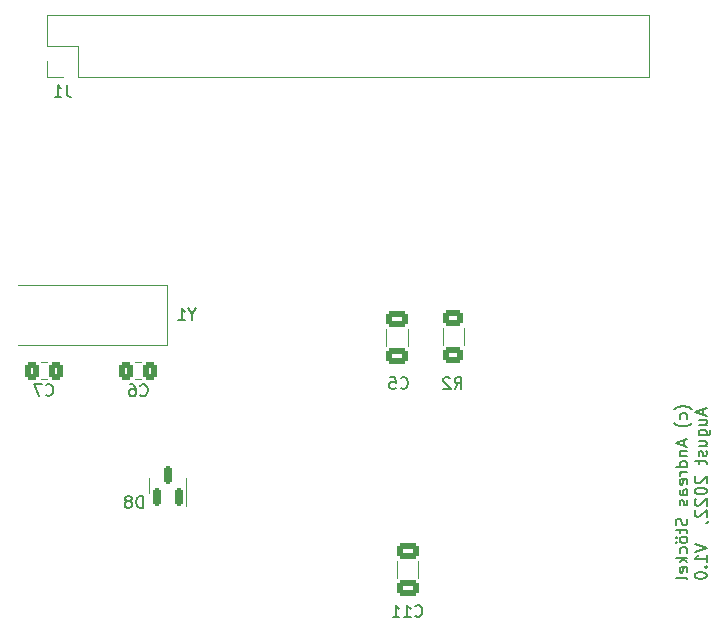
<source format=gbo>
G04 #@! TF.GenerationSoftware,KiCad,Pcbnew,6.0.7-1.fc36*
G04 #@! TF.CreationDate,2022-08-13T19:37:31+02:00*
G04 #@! TF.ProjectId,drahtlos_klingel,64726168-746c-46f7-935f-6b6c696e6765,rev?*
G04 #@! TF.SameCoordinates,Original*
G04 #@! TF.FileFunction,Legend,Bot*
G04 #@! TF.FilePolarity,Positive*
%FSLAX46Y46*%
G04 Gerber Fmt 4.6, Leading zero omitted, Abs format (unit mm)*
G04 Created by KiCad (PCBNEW 6.0.7-1.fc36) date 2022-08-13 19:37:31*
%MOMM*%
%LPD*%
G01*
G04 APERTURE LIST*
G04 Aperture macros list*
%AMRoundRect*
0 Rectangle with rounded corners*
0 $1 Rounding radius*
0 $2 $3 $4 $5 $6 $7 $8 $9 X,Y pos of 4 corners*
0 Add a 4 corners polygon primitive as box body*
4,1,4,$2,$3,$4,$5,$6,$7,$8,$9,$2,$3,0*
0 Add four circle primitives for the rounded corners*
1,1,$1+$1,$2,$3*
1,1,$1+$1,$4,$5*
1,1,$1+$1,$6,$7*
1,1,$1+$1,$8,$9*
0 Add four rect primitives between the rounded corners*
20,1,$1+$1,$2,$3,$4,$5,0*
20,1,$1+$1,$4,$5,$6,$7,0*
20,1,$1+$1,$6,$7,$8,$9,0*
20,1,$1+$1,$8,$9,$2,$3,0*%
%AMHorizOval*
0 Thick line with rounded ends*
0 $1 width*
0 $2 $3 position (X,Y) of the first rounded end (center of the circle)*
0 $4 $5 position (X,Y) of the second rounded end (center of the circle)*
0 Add line between two ends*
20,1,$1,$2,$3,$4,$5,0*
0 Add two circle primitives to create the rounded ends*
1,1,$1,$2,$3*
1,1,$1,$4,$5*%
%AMRotRect*
0 Rectangle, with rotation*
0 The origin of the aperture is its center*
0 $1 length*
0 $2 width*
0 $3 Rotation angle, in degrees counterclockwise*
0 Add horizontal line*
21,1,$1,$2,0,0,$3*%
G04 Aperture macros list end*
%ADD10C,0.150000*%
%ADD11C,0.120000*%
%ADD12C,3.100000*%
%ADD13O,1.200000X2.000000*%
%ADD14C,1.600000*%
%ADD15C,2.700000*%
%ADD16R,1.700000X1.700000*%
%ADD17O,1.700000X1.700000*%
%ADD18R,2.400000X2.400000*%
%ADD19O,2.400000X2.400000*%
%ADD20R,3.000000X3.000000*%
%ADD21C,3.000000*%
%ADD22R,1.600000X1.600000*%
%ADD23O,1.600000X1.600000*%
%ADD24C,1.400000*%
%ADD25O,1.400000X1.400000*%
%ADD26C,2.400000*%
%ADD27RotRect,2.000000X2.000000X225.000000*%
%ADD28HorizOval,2.000000X0.000000X0.000000X0.000000X0.000000X0*%
%ADD29RoundRect,0.250000X0.625000X-0.400000X0.625000X0.400000X-0.625000X0.400000X-0.625000X-0.400000X0*%
%ADD30RoundRect,0.250000X0.650000X-0.412500X0.650000X0.412500X-0.650000X0.412500X-0.650000X-0.412500X0*%
%ADD31RoundRect,0.150000X0.150000X-0.587500X0.150000X0.587500X-0.150000X0.587500X-0.150000X-0.587500X0*%
%ADD32R,4.500000X2.000000*%
%ADD33RoundRect,0.250000X-0.337500X-0.475000X0.337500X-0.475000X0.337500X0.475000X-0.337500X0.475000X0*%
%ADD34RoundRect,0.250000X0.337500X0.475000X-0.337500X0.475000X-0.337500X-0.475000X0.337500X-0.475000X0*%
G04 APERTURE END LIST*
D10*
X89612333Y-57303890D02*
X89564714Y-57256271D01*
X89421857Y-57161033D01*
X89326619Y-57113414D01*
X89183761Y-57065795D01*
X88945666Y-57018176D01*
X88755190Y-57018176D01*
X88517095Y-57065795D01*
X88374238Y-57113414D01*
X88279000Y-57161033D01*
X88136142Y-57256271D01*
X88088523Y-57303890D01*
X89183761Y-58113414D02*
X89231380Y-58018176D01*
X89231380Y-57827700D01*
X89183761Y-57732461D01*
X89136142Y-57684842D01*
X89040904Y-57637223D01*
X88755190Y-57637223D01*
X88659952Y-57684842D01*
X88612333Y-57732461D01*
X88564714Y-57827700D01*
X88564714Y-58018176D01*
X88612333Y-58113414D01*
X89612333Y-58446747D02*
X89564714Y-58494366D01*
X89421857Y-58589604D01*
X89326619Y-58637223D01*
X89183761Y-58684842D01*
X88945666Y-58732461D01*
X88755190Y-58732461D01*
X88517095Y-58684842D01*
X88374238Y-58637223D01*
X88279000Y-58589604D01*
X88136142Y-58494366D01*
X88088523Y-58446747D01*
X88945666Y-59922938D02*
X88945666Y-60399128D01*
X89231380Y-59827700D02*
X88231380Y-60161033D01*
X89231380Y-60494366D01*
X88564714Y-60827700D02*
X89231380Y-60827700D01*
X88659952Y-60827700D02*
X88612333Y-60875319D01*
X88564714Y-60970557D01*
X88564714Y-61113414D01*
X88612333Y-61208652D01*
X88707571Y-61256271D01*
X89231380Y-61256271D01*
X89231380Y-62161033D02*
X88231380Y-62161033D01*
X89183761Y-62161033D02*
X89231380Y-62065795D01*
X89231380Y-61875319D01*
X89183761Y-61780080D01*
X89136142Y-61732461D01*
X89040904Y-61684842D01*
X88755190Y-61684842D01*
X88659952Y-61732461D01*
X88612333Y-61780080D01*
X88564714Y-61875319D01*
X88564714Y-62065795D01*
X88612333Y-62161033D01*
X89231380Y-62637223D02*
X88564714Y-62637223D01*
X88755190Y-62637223D02*
X88659952Y-62684842D01*
X88612333Y-62732461D01*
X88564714Y-62827700D01*
X88564714Y-62922938D01*
X89183761Y-63637223D02*
X89231380Y-63541985D01*
X89231380Y-63351509D01*
X89183761Y-63256271D01*
X89088523Y-63208652D01*
X88707571Y-63208652D01*
X88612333Y-63256271D01*
X88564714Y-63351509D01*
X88564714Y-63541985D01*
X88612333Y-63637223D01*
X88707571Y-63684842D01*
X88802809Y-63684842D01*
X88898047Y-63208652D01*
X89231380Y-64541985D02*
X88707571Y-64541985D01*
X88612333Y-64494366D01*
X88564714Y-64399128D01*
X88564714Y-64208652D01*
X88612333Y-64113414D01*
X89183761Y-64541985D02*
X89231380Y-64446747D01*
X89231380Y-64208652D01*
X89183761Y-64113414D01*
X89088523Y-64065795D01*
X88993285Y-64065795D01*
X88898047Y-64113414D01*
X88850428Y-64208652D01*
X88850428Y-64446747D01*
X88802809Y-64541985D01*
X89183761Y-64970557D02*
X89231380Y-65065795D01*
X89231380Y-65256271D01*
X89183761Y-65351509D01*
X89088523Y-65399128D01*
X89040904Y-65399128D01*
X88945666Y-65351509D01*
X88898047Y-65256271D01*
X88898047Y-65113414D01*
X88850428Y-65018176D01*
X88755190Y-64970557D01*
X88707571Y-64970557D01*
X88612333Y-65018176D01*
X88564714Y-65113414D01*
X88564714Y-65256271D01*
X88612333Y-65351509D01*
X89183761Y-66541985D02*
X89231380Y-66684842D01*
X89231380Y-66922938D01*
X89183761Y-67018176D01*
X89136142Y-67065795D01*
X89040904Y-67113414D01*
X88945666Y-67113414D01*
X88850428Y-67065795D01*
X88802809Y-67018176D01*
X88755190Y-66922938D01*
X88707571Y-66732461D01*
X88659952Y-66637223D01*
X88612333Y-66589604D01*
X88517095Y-66541985D01*
X88421857Y-66541985D01*
X88326619Y-66589604D01*
X88279000Y-66637223D01*
X88231380Y-66732461D01*
X88231380Y-66970557D01*
X88279000Y-67113414D01*
X88564714Y-67399128D02*
X88564714Y-67780080D01*
X88231380Y-67541985D02*
X89088523Y-67541985D01*
X89183761Y-67589604D01*
X89231380Y-67684842D01*
X89231380Y-67780080D01*
X89231380Y-68256271D02*
X89183761Y-68161033D01*
X89136142Y-68113414D01*
X89040904Y-68065795D01*
X88755190Y-68065795D01*
X88659952Y-68113414D01*
X88612333Y-68161033D01*
X88564714Y-68256271D01*
X88564714Y-68399128D01*
X88612333Y-68494366D01*
X88659952Y-68541985D01*
X88755190Y-68589604D01*
X89040904Y-68589604D01*
X89136142Y-68541985D01*
X89183761Y-68494366D01*
X89231380Y-68399128D01*
X89231380Y-68256271D01*
X88231380Y-68161033D02*
X88279000Y-68208652D01*
X88326619Y-68161033D01*
X88279000Y-68113414D01*
X88231380Y-68161033D01*
X88326619Y-68161033D01*
X88231380Y-68541985D02*
X88279000Y-68589604D01*
X88326619Y-68541985D01*
X88279000Y-68494366D01*
X88231380Y-68541985D01*
X88326619Y-68541985D01*
X89183761Y-69446747D02*
X89231380Y-69351509D01*
X89231380Y-69161033D01*
X89183761Y-69065795D01*
X89136142Y-69018176D01*
X89040904Y-68970557D01*
X88755190Y-68970557D01*
X88659952Y-69018176D01*
X88612333Y-69065795D01*
X88564714Y-69161033D01*
X88564714Y-69351509D01*
X88612333Y-69446747D01*
X89231380Y-69875319D02*
X88231380Y-69875319D01*
X88850428Y-69970557D02*
X89231380Y-70256271D01*
X88564714Y-70256271D02*
X88945666Y-69875319D01*
X89183761Y-71065795D02*
X89231380Y-70970557D01*
X89231380Y-70780080D01*
X89183761Y-70684842D01*
X89088523Y-70637223D01*
X88707571Y-70637223D01*
X88612333Y-70684842D01*
X88564714Y-70780080D01*
X88564714Y-70970557D01*
X88612333Y-71065795D01*
X88707571Y-71113414D01*
X88802809Y-71113414D01*
X88898047Y-70637223D01*
X89231380Y-71684842D02*
X89183761Y-71589604D01*
X89088523Y-71541985D01*
X88231380Y-71541985D01*
X90555666Y-57256271D02*
X90555666Y-57732461D01*
X90841380Y-57161033D02*
X89841380Y-57494366D01*
X90841380Y-57827700D01*
X90174714Y-58589604D02*
X90841380Y-58589604D01*
X90174714Y-58161033D02*
X90698523Y-58161033D01*
X90793761Y-58208652D01*
X90841380Y-58303890D01*
X90841380Y-58446747D01*
X90793761Y-58541985D01*
X90746142Y-58589604D01*
X90174714Y-59494366D02*
X90984238Y-59494366D01*
X91079476Y-59446747D01*
X91127095Y-59399128D01*
X91174714Y-59303890D01*
X91174714Y-59161033D01*
X91127095Y-59065795D01*
X90793761Y-59494366D02*
X90841380Y-59399128D01*
X90841380Y-59208652D01*
X90793761Y-59113414D01*
X90746142Y-59065795D01*
X90650904Y-59018176D01*
X90365190Y-59018176D01*
X90269952Y-59065795D01*
X90222333Y-59113414D01*
X90174714Y-59208652D01*
X90174714Y-59399128D01*
X90222333Y-59494366D01*
X90174714Y-60399128D02*
X90841380Y-60399128D01*
X90174714Y-59970557D02*
X90698523Y-59970557D01*
X90793761Y-60018176D01*
X90841380Y-60113414D01*
X90841380Y-60256271D01*
X90793761Y-60351509D01*
X90746142Y-60399128D01*
X90793761Y-60827700D02*
X90841380Y-60922938D01*
X90841380Y-61113414D01*
X90793761Y-61208652D01*
X90698523Y-61256271D01*
X90650904Y-61256271D01*
X90555666Y-61208652D01*
X90508047Y-61113414D01*
X90508047Y-60970557D01*
X90460428Y-60875319D01*
X90365190Y-60827700D01*
X90317571Y-60827700D01*
X90222333Y-60875319D01*
X90174714Y-60970557D01*
X90174714Y-61113414D01*
X90222333Y-61208652D01*
X90174714Y-61541985D02*
X90174714Y-61922938D01*
X89841380Y-61684842D02*
X90698523Y-61684842D01*
X90793761Y-61732461D01*
X90841380Y-61827700D01*
X90841380Y-61922938D01*
X89936619Y-62970557D02*
X89889000Y-63018176D01*
X89841380Y-63113414D01*
X89841380Y-63351509D01*
X89889000Y-63446747D01*
X89936619Y-63494366D01*
X90031857Y-63541985D01*
X90127095Y-63541985D01*
X90269952Y-63494366D01*
X90841380Y-62922938D01*
X90841380Y-63541985D01*
X89841380Y-64161033D02*
X89841380Y-64256271D01*
X89889000Y-64351509D01*
X89936619Y-64399128D01*
X90031857Y-64446747D01*
X90222333Y-64494366D01*
X90460428Y-64494366D01*
X90650904Y-64446747D01*
X90746142Y-64399128D01*
X90793761Y-64351509D01*
X90841380Y-64256271D01*
X90841380Y-64161033D01*
X90793761Y-64065795D01*
X90746142Y-64018176D01*
X90650904Y-63970557D01*
X90460428Y-63922938D01*
X90222333Y-63922938D01*
X90031857Y-63970557D01*
X89936619Y-64018176D01*
X89889000Y-64065795D01*
X89841380Y-64161033D01*
X89936619Y-64875319D02*
X89889000Y-64922938D01*
X89841380Y-65018176D01*
X89841380Y-65256271D01*
X89889000Y-65351509D01*
X89936619Y-65399128D01*
X90031857Y-65446747D01*
X90127095Y-65446747D01*
X90269952Y-65399128D01*
X90841380Y-64827700D01*
X90841380Y-65446747D01*
X89936619Y-65827700D02*
X89889000Y-65875319D01*
X89841380Y-65970557D01*
X89841380Y-66208652D01*
X89889000Y-66303890D01*
X89936619Y-66351509D01*
X90031857Y-66399128D01*
X90127095Y-66399128D01*
X90269952Y-66351509D01*
X90841380Y-65780080D01*
X90841380Y-66399128D01*
X90793761Y-66875319D02*
X90841380Y-66875319D01*
X90936619Y-66827700D01*
X90984238Y-66780080D01*
X89841380Y-68684842D02*
X90841380Y-69018176D01*
X89841380Y-69351509D01*
X90841380Y-70208652D02*
X90841380Y-69637223D01*
X90841380Y-69922938D02*
X89841380Y-69922938D01*
X89984238Y-69827700D01*
X90079476Y-69732461D01*
X90127095Y-69637223D01*
X90746142Y-70637223D02*
X90793761Y-70684842D01*
X90841380Y-70637223D01*
X90793761Y-70589604D01*
X90746142Y-70637223D01*
X90841380Y-70637223D01*
X89841380Y-71303890D02*
X89841380Y-71399128D01*
X89889000Y-71494366D01*
X89936619Y-71541985D01*
X90031857Y-71589604D01*
X90222333Y-71637223D01*
X90460428Y-71637223D01*
X90650904Y-71589604D01*
X90746142Y-71541985D01*
X90793761Y-71494366D01*
X90841380Y-71399128D01*
X90841380Y-71303890D01*
X90793761Y-71208652D01*
X90746142Y-71161033D01*
X90650904Y-71113414D01*
X90460428Y-71065795D01*
X90222333Y-71065795D01*
X90031857Y-71113414D01*
X89936619Y-71161033D01*
X89889000Y-71208652D01*
X89841380Y-71303890D01*
X69508666Y-55570380D02*
X69842000Y-55094190D01*
X70080095Y-55570380D02*
X70080095Y-54570380D01*
X69699142Y-54570380D01*
X69603904Y-54618000D01*
X69556285Y-54665619D01*
X69508666Y-54760857D01*
X69508666Y-54903714D01*
X69556285Y-54998952D01*
X69603904Y-55046571D01*
X69699142Y-55094190D01*
X70080095Y-55094190D01*
X69127714Y-54665619D02*
X69080095Y-54618000D01*
X68984857Y-54570380D01*
X68746761Y-54570380D01*
X68651523Y-54618000D01*
X68603904Y-54665619D01*
X68556285Y-54760857D01*
X68556285Y-54856095D01*
X68603904Y-54998952D01*
X69175333Y-55570380D01*
X68556285Y-55570380D01*
X64936666Y-55475142D02*
X64984285Y-55522761D01*
X65127142Y-55570380D01*
X65222380Y-55570380D01*
X65365238Y-55522761D01*
X65460476Y-55427523D01*
X65508095Y-55332285D01*
X65555714Y-55141809D01*
X65555714Y-54998952D01*
X65508095Y-54808476D01*
X65460476Y-54713238D01*
X65365238Y-54618000D01*
X65222380Y-54570380D01*
X65127142Y-54570380D01*
X64984285Y-54618000D01*
X64936666Y-54665619D01*
X64031904Y-54570380D02*
X64508095Y-54570380D01*
X64555714Y-55046571D01*
X64508095Y-54998952D01*
X64412857Y-54951333D01*
X64174761Y-54951333D01*
X64079523Y-54998952D01*
X64031904Y-55046571D01*
X63984285Y-55141809D01*
X63984285Y-55379904D01*
X64031904Y-55475142D01*
X64079523Y-55522761D01*
X64174761Y-55570380D01*
X64412857Y-55570380D01*
X64508095Y-55522761D01*
X64555714Y-55475142D01*
X66174857Y-74779142D02*
X66222476Y-74826761D01*
X66365333Y-74874380D01*
X66460571Y-74874380D01*
X66603428Y-74826761D01*
X66698666Y-74731523D01*
X66746285Y-74636285D01*
X66793904Y-74445809D01*
X66793904Y-74302952D01*
X66746285Y-74112476D01*
X66698666Y-74017238D01*
X66603428Y-73922000D01*
X66460571Y-73874380D01*
X66365333Y-73874380D01*
X66222476Y-73922000D01*
X66174857Y-73969619D01*
X65222476Y-74874380D02*
X65793904Y-74874380D01*
X65508190Y-74874380D02*
X65508190Y-73874380D01*
X65603428Y-74017238D01*
X65698666Y-74112476D01*
X65793904Y-74160095D01*
X64270095Y-74874380D02*
X64841523Y-74874380D01*
X64555809Y-74874380D02*
X64555809Y-73874380D01*
X64651047Y-74017238D01*
X64746285Y-74112476D01*
X64841523Y-74160095D01*
X36655333Y-29805380D02*
X36655333Y-30519666D01*
X36702952Y-30662523D01*
X36798190Y-30757761D01*
X36941047Y-30805380D01*
X37036285Y-30805380D01*
X35655333Y-30805380D02*
X36226761Y-30805380D01*
X35941047Y-30805380D02*
X35941047Y-29805380D01*
X36036285Y-29948238D01*
X36131523Y-30043476D01*
X36226761Y-30091095D01*
X43122095Y-65627580D02*
X43122095Y-64627580D01*
X42884000Y-64627580D01*
X42741142Y-64675200D01*
X42645904Y-64770438D01*
X42598285Y-64865676D01*
X42550666Y-65056152D01*
X42550666Y-65199009D01*
X42598285Y-65389485D01*
X42645904Y-65484723D01*
X42741142Y-65579961D01*
X42884000Y-65627580D01*
X43122095Y-65627580D01*
X41979238Y-65056152D02*
X42074476Y-65008533D01*
X42122095Y-64960914D01*
X42169714Y-64865676D01*
X42169714Y-64818057D01*
X42122095Y-64722819D01*
X42074476Y-64675200D01*
X41979238Y-64627580D01*
X41788761Y-64627580D01*
X41693523Y-64675200D01*
X41645904Y-64722819D01*
X41598285Y-64818057D01*
X41598285Y-64865676D01*
X41645904Y-64960914D01*
X41693523Y-65008533D01*
X41788761Y-65056152D01*
X41979238Y-65056152D01*
X42074476Y-65103771D01*
X42122095Y-65151390D01*
X42169714Y-65246628D01*
X42169714Y-65437104D01*
X42122095Y-65532342D01*
X42074476Y-65579961D01*
X41979238Y-65627580D01*
X41788761Y-65627580D01*
X41693523Y-65579961D01*
X41645904Y-65532342D01*
X41598285Y-65437104D01*
X41598285Y-65246628D01*
X41645904Y-65151390D01*
X41693523Y-65103771D01*
X41788761Y-65056152D01*
X47313790Y-49252190D02*
X47313790Y-49728380D01*
X47647123Y-48728380D02*
X47313790Y-49252190D01*
X46980457Y-48728380D01*
X46123314Y-49728380D02*
X46694742Y-49728380D01*
X46409028Y-49728380D02*
X46409028Y-48728380D01*
X46504266Y-48871238D01*
X46599504Y-48966476D01*
X46694742Y-49014095D01*
X34907166Y-56055642D02*
X34954785Y-56103261D01*
X35097642Y-56150880D01*
X35192880Y-56150880D01*
X35335738Y-56103261D01*
X35430976Y-56008023D01*
X35478595Y-55912785D01*
X35526214Y-55722309D01*
X35526214Y-55579452D01*
X35478595Y-55388976D01*
X35430976Y-55293738D01*
X35335738Y-55198500D01*
X35192880Y-55150880D01*
X35097642Y-55150880D01*
X34954785Y-55198500D01*
X34907166Y-55246119D01*
X34573833Y-55150880D02*
X33907166Y-55150880D01*
X34335738Y-56150880D01*
X42900666Y-56082342D02*
X42948285Y-56129961D01*
X43091142Y-56177580D01*
X43186380Y-56177580D01*
X43329238Y-56129961D01*
X43424476Y-56034723D01*
X43472095Y-55939485D01*
X43519714Y-55749009D01*
X43519714Y-55606152D01*
X43472095Y-55415676D01*
X43424476Y-55320438D01*
X43329238Y-55225200D01*
X43186380Y-55177580D01*
X43091142Y-55177580D01*
X42948285Y-55225200D01*
X42900666Y-55272819D01*
X42043523Y-55177580D02*
X42234000Y-55177580D01*
X42329238Y-55225200D01*
X42376857Y-55272819D01*
X42472095Y-55415676D01*
X42519714Y-55606152D01*
X42519714Y-55987104D01*
X42472095Y-56082342D01*
X42424476Y-56129961D01*
X42329238Y-56177580D01*
X42138761Y-56177580D01*
X42043523Y-56129961D01*
X41995904Y-56082342D01*
X41948285Y-55987104D01*
X41948285Y-55749009D01*
X41995904Y-55653771D01*
X42043523Y-55606152D01*
X42138761Y-55558533D01*
X42329238Y-55558533D01*
X42424476Y-55606152D01*
X42472095Y-55653771D01*
X42519714Y-55749009D01*
D11*
X68490000Y-51827064D02*
X68490000Y-50372936D01*
X70310000Y-51827064D02*
X70310000Y-50372936D01*
X63733000Y-51892252D02*
X63733000Y-50469748D01*
X65553000Y-51892252D02*
X65553000Y-50469748D01*
X64622000Y-71577252D02*
X64622000Y-70154748D01*
X66442000Y-71577252D02*
X66442000Y-70154748D01*
X85955000Y-23930000D02*
X85955000Y-29130000D01*
X35035000Y-26530000D02*
X37635000Y-26530000D01*
X35035000Y-29130000D02*
X36365000Y-29130000D01*
X35035000Y-27800000D02*
X35035000Y-29130000D01*
X35035000Y-23930000D02*
X35035000Y-26530000D01*
X37635000Y-26530000D02*
X37635000Y-29130000D01*
X37635000Y-29130000D02*
X85955000Y-29130000D01*
X35035000Y-23930000D02*
X85955000Y-23930000D01*
X43674000Y-63762700D02*
X43674000Y-63112700D01*
X43674000Y-63762700D02*
X43674000Y-64412700D01*
X46794000Y-63762700D02*
X46794000Y-63112700D01*
X46794000Y-63762700D02*
X46794000Y-65437700D01*
X32553000Y-46728500D02*
X45153000Y-46728500D01*
X45153000Y-46728500D02*
X45153000Y-51828500D01*
X45153000Y-51828500D02*
X32553000Y-51828500D01*
X34479248Y-54753500D02*
X35001752Y-54753500D01*
X34479248Y-53283500D02*
X35001752Y-53283500D01*
X42964252Y-54753500D02*
X42441748Y-54753500D01*
X42964252Y-53283500D02*
X42441748Y-53283500D01*
%LPC*%
D12*
X91050000Y-26500000D02*
G75*
G03*
X91050000Y-26500000I-1550000J0D01*
G01*
X33050000Y-26500000D02*
G75*
G03*
X33050000Y-26500000I-1550000J0D01*
G01*
X126050000Y-26500000D02*
G75*
G03*
X126050000Y-26500000I-1550000J0D01*
G01*
X33050000Y-76000000D02*
G75*
G03*
X33050000Y-76000000I-1550000J0D01*
G01*
X91050000Y-76000000D02*
G75*
G03*
X91050000Y-76000000I-1550000J0D01*
G01*
X126050000Y-76000000D02*
G75*
G03*
X126050000Y-76000000I-1550000J0D01*
G01*
D13*
X59802000Y-76650000D03*
X61802000Y-76650000D03*
X63802000Y-76650000D03*
X65802000Y-76650000D03*
X67802000Y-76650000D03*
X69802000Y-76650000D03*
X71802000Y-76650000D03*
X73802000Y-76650000D03*
X73802000Y-63050000D03*
X71802000Y-63050000D03*
X69802000Y-63050000D03*
X67802000Y-63050000D03*
X65802000Y-63050000D03*
X63802000Y-63050000D03*
X61802000Y-63050000D03*
X59802000Y-63050000D03*
D14*
X104775000Y-47625000D03*
X109775000Y-47625000D03*
D15*
X31500000Y-76000000D03*
D16*
X83434000Y-46115200D03*
D17*
X83434000Y-43575200D03*
D18*
X118745000Y-62230000D03*
D19*
X118745000Y-74930000D03*
D18*
X118745000Y-27940000D03*
D19*
X118745000Y-40640000D03*
D16*
X97790000Y-45070000D03*
D17*
X97790000Y-42530000D03*
X97790000Y-39990000D03*
D20*
X123825000Y-56515000D03*
D21*
X123825000Y-51435000D03*
X123825000Y-46355000D03*
D22*
X109000000Y-38100000D03*
D23*
X109000000Y-27940000D03*
D24*
X114000000Y-47625000D03*
D25*
X114000000Y-55245000D03*
D15*
X124500000Y-26500000D03*
X31500000Y-26500000D03*
X89500000Y-26500000D03*
D22*
X113665000Y-38100000D03*
D23*
X113665000Y-27940000D03*
D18*
X102235000Y-61993959D03*
D26*
X102235000Y-54493959D03*
D14*
X55990000Y-70309000D03*
D22*
X105400000Y-33005000D03*
D23*
X105400000Y-30465000D03*
X105400000Y-27925000D03*
X97780000Y-27925000D03*
X97780000Y-30465000D03*
X97780000Y-33005000D03*
D22*
X36353000Y-58803500D03*
D23*
X38893000Y-58803500D03*
X41433000Y-58803500D03*
X43973000Y-58803500D03*
X46513000Y-58803500D03*
X49053000Y-58803500D03*
X51593000Y-58803500D03*
X54133000Y-58803500D03*
X56673000Y-58803500D03*
X59213000Y-58803500D03*
X61753000Y-58803500D03*
X64293000Y-58803500D03*
X66833000Y-58803500D03*
X69373000Y-58803500D03*
X71913000Y-58803500D03*
X71913000Y-43563500D03*
X69373000Y-43563500D03*
X66833000Y-43563500D03*
X64293000Y-43563500D03*
X61753000Y-43563500D03*
X59213000Y-43563500D03*
X56673000Y-43563500D03*
X54133000Y-43563500D03*
X51593000Y-43563500D03*
X49053000Y-43563500D03*
X46513000Y-43563500D03*
X43973000Y-43563500D03*
X41433000Y-43563500D03*
X38893000Y-43563500D03*
X36353000Y-43563500D03*
D15*
X89500000Y-76000000D03*
D27*
X107351102Y-72303098D03*
D28*
X103759000Y-68710996D03*
X100166897Y-72303098D03*
X103759000Y-75895200D03*
D22*
X81026000Y-72390000D03*
D14*
X81026000Y-74890000D03*
D24*
X112395000Y-43180000D03*
D25*
X104775000Y-43180000D03*
D15*
X124500000Y-76000000D03*
D29*
X69400000Y-52650000D03*
X69400000Y-49550000D03*
D30*
X64643000Y-52743500D03*
X64643000Y-49618500D03*
X65532000Y-72428500D03*
X65532000Y-69303500D03*
D16*
X36365000Y-27800000D03*
D17*
X36365000Y-25260000D03*
X38905000Y-27800000D03*
X38905000Y-25260000D03*
X41445000Y-27800000D03*
X41445000Y-25260000D03*
X43985000Y-27800000D03*
X43985000Y-25260000D03*
X46525000Y-27800000D03*
X46525000Y-25260000D03*
X49065000Y-27800000D03*
X49065000Y-25260000D03*
X51605000Y-27800000D03*
X51605000Y-25260000D03*
X54145000Y-27800000D03*
X54145000Y-25260000D03*
X56685000Y-27800000D03*
X56685000Y-25260000D03*
X59225000Y-27800000D03*
X59225000Y-25260000D03*
X61765000Y-27800000D03*
X61765000Y-25260000D03*
X64305000Y-27800000D03*
X64305000Y-25260000D03*
X66845000Y-27800000D03*
X66845000Y-25260000D03*
X69385000Y-27800000D03*
X69385000Y-25260000D03*
X71925000Y-27800000D03*
X71925000Y-25260000D03*
X74465000Y-27800000D03*
X74465000Y-25260000D03*
X77005000Y-27800000D03*
X77005000Y-25260000D03*
X79545000Y-27800000D03*
X79545000Y-25260000D03*
X82085000Y-27800000D03*
X82085000Y-25260000D03*
X84625000Y-27800000D03*
X84625000Y-25260000D03*
D31*
X45234000Y-62825200D03*
X46184000Y-64700200D03*
X44284000Y-64700200D03*
D32*
X42703000Y-49278500D03*
X34203000Y-49278500D03*
D33*
X33703000Y-54018500D03*
X35778000Y-54018500D03*
D34*
X43740500Y-54018500D03*
X41665500Y-54018500D03*
M02*

</source>
